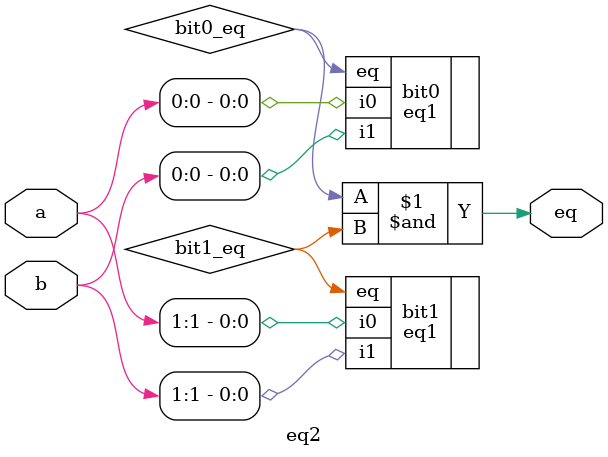
<source format=sv>
module eq2
(
  input wire[1:0] a, b, 
  output wire eq
);

wire bit0_eq, bit1_eq;
eq1 bit0(.i0(a[0]), .i1(b[0]), .eq(bit0_eq));
eq1 bit1(.i0(a[1]), .i1 (b[1]), .eq (bit1_eq));

assign eq = bit0_eq & bit1_eq;
endmodule
</source>
